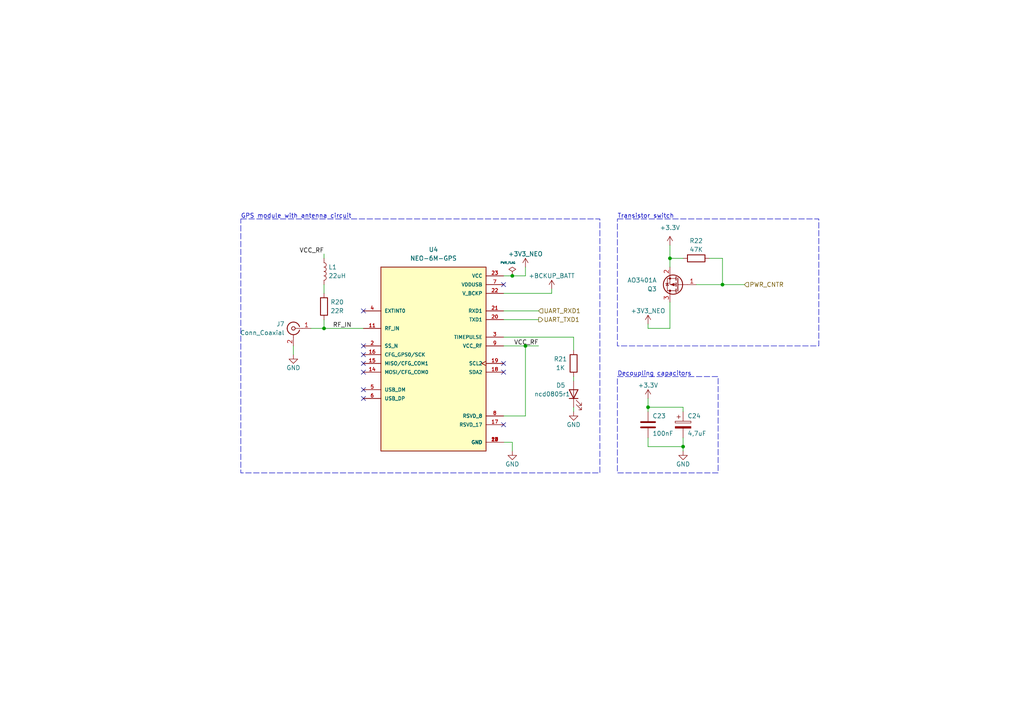
<source format=kicad_sch>
(kicad_sch (version 20231120) (generator "eeschema") (generator_version "8.0")
  (paper "A4")
  (title_block (title "TSTracker") (date "2023-11-01") (rev "1"))
  (lib_symbols
    (symbol "Connector:Conn_Coaxial" (pin_names (offset 1.016) hide)
      (property "Reference" "J" (at 0.254 3.048 0))
      (property "Value" "Conn_Coaxial" (at 2.921 0 90))
      (symbol "Conn_Coaxial_0_1"
        (arc (start -1.778 -0.508) (mid 0.2311 -1.8066) (end 1.778 0) (stroke (width 0.254)))
        (polyline (pts (xy -2.54 0) (xy -0.508 0)))
        (polyline (pts (xy 0 -2.54) (xy 0 -1.778)))
        (circle (center 0 0) (radius 0.508) (stroke (width 0.2032)))
        (arc (start 1.778 0) (mid 0.2099 1.8101) (end -1.778 0.508) (stroke (width 0.254)))
      )
      (symbol "Conn_Coaxial_1_1"
        (pin passive line (at -5.08 0 0) (length 2.54) (name "In") (number "1"))
        (pin passive line (at 0 -5.08 90) (length 2.54) (name "Ext") (number "2"))
      )
    )
    (symbol "Device:C" (pin_numbers hide) (pin_names (offset 0.254))
      (property "Reference" "C" (at 0.635 2.54 0))
      (property "Value" "C" (at 0.635 -2.54 0))
      (symbol "C_0_1"
        (polyline (pts (xy -2.032 -0.762) (xy 2.032 -0.762)) (stroke (width 0.508)))
        (polyline (pts (xy -2.032 0.762) (xy 2.032 0.762)) (stroke (width 0.508)))
      )
      (symbol "C_1_1"
        (pin passive line (at 0 3.81 270) (length 2.794) (name "~") (number "1"))
        (pin passive line (at 0 -3.81 90) (length 2.794) (name "~") (number "2"))
      )
    )
    (symbol "Device:C_Polarized" (pin_numbers hide) (pin_names (offset 0.254))
      (property "Reference" "C" (at 0.635 2.54 0))
      (property "Value" "C_Polarized" (at 0.635 -2.54 0))
      (symbol "C_Polarized_0_1"
        (rectangle (start -2.286 0.508) (end 2.286 1.016))
        (polyline (pts (xy -1.778 2.286) (xy -0.762 2.286)))
        (polyline (pts (xy -1.27 2.794) (xy -1.27 1.778)))
        (rectangle (start 2.286 -0.508) (end -2.286 -1.016) (fill (type outline)))
      )
      (symbol "C_Polarized_1_1"
        (pin passive line (at 0 3.81 270) (length 2.794) (name "~") (number "1"))
        (pin passive line (at 0 -3.81 90) (length 2.794) (name "~") (number "2"))
      )
    )
    (symbol "Device:L" (pin_numbers hide) (pin_names (offset 1.016) hide)
      (property "Reference" "L" (at -1.27 0 90))
      (property "Value" "L" (at 1.905 0 90))
      (symbol "L_0_1"
        (arc (start 0 -2.54) (mid 0.6323 -1.905) (end 0 -1.27))
        (arc (start 0 -1.27) (mid 0.6323 -0.635) (end 0 0))
        (arc (start 0 0) (mid 0.6323 0.635) (end 0 1.27))
        (arc (start 0 1.27) (mid 0.6323 1.905) (end 0 2.54))
      )
      (symbol "L_1_1"
        (pin passive line (at 0 3.81 270) (length 1.27) (name "1") (number "1"))
        (pin passive line (at 0 -3.81 90) (length 1.27) (name "2") (number "2"))
      )
    )
    (symbol "Device:LED" (pin_numbers hide) (pin_names (offset 1.016) hide)
      (property "Reference" "D" (at 0 2.54 0))
      (property "Value" "LED" (at 0 -2.54 0))
      (symbol "LED_0_1"
        (polyline (pts (xy -1.27 -1.27) (xy -1.27 1.27)) (stroke (width 0.254)))
        (polyline (pts (xy -1.27 0) (xy 1.27 0)))
        (polyline (pts (xy 1.27 -1.27) (xy 1.27 1.27) (xy -1.27 0) (xy 1.27 -1.27)) (stroke (width 0.254)))
        (polyline (pts (xy -3.048 -0.762) (xy -4.572 -2.286) (xy -3.81 -2.286) (xy -4.572 -2.286) (xy -4.572 -1.524)))
        (polyline (pts (xy -1.778 -0.762) (xy -3.302 -2.286) (xy -2.54 -2.286) (xy -3.302 -2.286) (xy -3.302 -1.524)))
      )
      (symbol "LED_1_1"
        (pin passive line (at -3.81 0 0) (length 2.54) (name "K") (number "1"))
        (pin passive line (at 3.81 0 180) (length 2.54) (name "A") (number "2"))
      )
    )
    (symbol "Device:R" (pin_numbers hide) (pin_names (offset 0))
      (property "Reference" "R" (at 2.032 0 90))
      (property "Value" "R" (at 0 0 90))
      (symbol "R_0_1"
        (rectangle (start -1.016 -2.54) (end 1.016 2.54) (stroke (width 0.254)))
      )
      (symbol "R_1_1"
        (pin passive line (at 0 3.81 270) (length 1.27) (name "~") (number "1"))
        (pin passive line (at 0 -3.81 90) (length 1.27) (name "~") (number "2"))
      )
    )
    (symbol "NEO-6M-GPS:NEO-6M-GPS" (pin_names (offset 1.016))
      (property "Reference" "U" (at -15.2439 26.0408 0))
      (property "Value" "NEO-6M-GPS" (at -15.2445 -30.4874 0))
      (symbol "NEO-6M-GPS_0_0"
        (rectangle (start -15.24 -27.94) (end 15.24 25.4) (stroke (width 0.254)) (fill (type background)))
        (pin power_in line (at 20.32 -25.4 180) (length 5.08) (name "GND") (number "10"))
        (pin input line (at -20.32 7.62 0) (length 5.08) (name "RF_IN") (number "11"))
        (pin power_in line (at 20.32 -25.4 180) (length 5.08) (name "GND") (number "12"))
        (pin power_in line (at 20.32 -25.4 180) (length 5.08) (name "GND") (number "13"))
        (pin bidirectional line (at -20.32 -5.08 0) (length 5.08) (name "MOSI/CFG_COM0") (number "14"))
        (pin input line (at -20.32 -2.54 0) (length 5.08) (name "MISO/CFG_COM1") (number "15"))
        (pin input line (at -20.32 0 0) (length 5.08) (name "CFG_GPS0/SCK") (number "16"))
        (pin passive line (at 20.32 -20.32 180) (length 5.08) (name "RSVD_17") (number "17"))
        (pin bidirectional line (at 20.32 -5.08 180) (length 5.08) (name "SDA2") (number "18"))
        (pin bidirectional clock (at 20.32 -2.54 180) (length 5.08) (name "SCL2") (number "19"))
        (pin input line (at -20.32 2.54 0) (length 5.08) (name "SS_N") (number "2"))
        (pin output line (at 20.32 10.16 180) (length 5.08) (name "TXD1") (number "20"))
        (pin input line (at 20.32 12.7 180) (length 5.08) (name "RXD1") (number "21"))
        (pin power_in line (at 20.32 17.78 180) (length 5.08) (name "V_BCKP") (number "22"))
        (pin power_in line (at 20.32 22.86 180) (length 5.08) (name "VCC") (number "23"))
        (pin power_in line (at 20.32 -25.4 180) (length 5.08) (name "GND") (number "24"))
        (pin output line (at 20.32 5.08 180) (length 5.08) (name "TIMEPULSE") (number "3"))
        (pin input line (at -20.32 12.7 0) (length 5.08) (name "EXTINT0") (number "4"))
        (pin bidirectional line (at -20.32 -10.16 0) (length 5.08) (name "USB_DM") (number "5"))
        (pin bidirectional line (at -20.32 -12.7 0) (length 5.08) (name "USB_DP") (number "6"))
        (pin power_in line (at 20.32 20.32 180) (length 5.08) (name "VDDUSB") (number "7"))
        (pin passive line (at 20.32 -17.78 180) (length 5.08) (name "RSVD_8") (number "8"))
        (pin output line (at 20.32 2.54 180) (length 5.08) (name "VCC_RF") (number "9"))
      )
    )
    (symbol "Transistor_FET:AO3401A" (pin_names hide)
      (property "Reference" "Q" (at 5.08 1.905 0))
      (property "Value" "AO3401A" (at 5.08 0 0))
      (symbol "AO3401A_0_1"
        (polyline (pts (xy 0.254 0) (xy -2.54 0)))
        (polyline (pts (xy 0.254 1.905) (xy 0.254 -1.905)) (stroke (width 0.254)))
        (polyline (pts (xy 0.762 -1.27) (xy 0.762 -2.286)) (stroke (width 0.254)))
        (polyline (pts (xy 0.762 0.508) (xy 0.762 -0.508)) (stroke (width 0.254)))
        (polyline (pts (xy 0.762 2.286) (xy 0.762 1.27)) (stroke (width 0.254)))
        (polyline (pts (xy 2.54 2.54) (xy 2.54 1.778)))
        (polyline (pts (xy 2.54 -2.54) (xy 2.54 0) (xy 0.762 0)))
        (polyline (pts (xy 0.762 1.778) (xy 3.302 1.778) (xy 3.302 -1.778) (xy 0.762 -1.778)))
        (polyline (pts (xy 2.286 0) (xy 1.27 0.381) (xy 1.27 -0.381) (xy 2.286 0)) (fill (type outline)))
        (polyline (pts (xy 2.794 -0.508) (xy 2.921 -0.381) (xy 3.683 -0.381) (xy 3.81 -0.254)))
        (polyline (pts (xy 3.302 -0.381) (xy 2.921 0.254) (xy 3.683 0.254) (xy 3.302 -0.381)))
        (circle (center 1.651 0) (radius 2.794) (stroke (width 0.254)))
        (circle (center 2.54 -1.778) (radius 0.254) (fill (type outline)))
        (circle (center 2.54 1.778) (radius 0.254) (fill (type outline)))
      )
      (symbol "AO3401A_1_1"
        (pin input line (at -5.08 0 0) (length 2.54) (name "G") (number "1"))
        (pin passive line (at 2.54 -5.08 90) (length 2.54) (name "S") (number "2"))
        (pin passive line (at 2.54 5.08 270) (length 2.54) (name "D") (number "3"))
      )
    )
    (symbol "custom_power_symbols:+3V3_NEO" (power) (pin_names (offset 0))
      (property "Value" "+3V3_NEO" (at 0 3.556 0))
      (symbol "+3V3_NEO_0_1"
        (polyline (pts (xy -0.762 1.27) (xy 0 2.54)))
        (polyline (pts (xy 0 0) (xy 0 2.54)))
        (polyline (pts (xy 0 2.54) (xy 0.762 1.27)))
      )
      (symbol "+3V3_NEO_1_1"
        (pin power_in line (at 0 0 90) (length 0) hide (name "+3V3_NEO") (number "1"))
      )
    )
    (symbol "custom_power_symbols:+BCKUP_BATT" (power) (pin_names (offset 0))
      (property "Value" "+BCKUP_BATT" (at 0 3.556 0))
      (symbol "+BCKUP_BATT_0_1"
        (polyline (pts (xy -0.762 1.27) (xy 0 2.54)))
        (polyline (pts (xy 0 0) (xy 0 2.54)))
        (polyline (pts (xy 0 2.54) (xy 0.762 1.27)))
      )
      (symbol "+BCKUP_BATT_1_1"
        (pin power_in line (at 0 0 90) (length 0) hide (name "+BCKUP_BATT") (number "1"))
      )
    )
    (symbol "power:+3.3V" (power) (pin_names (offset 0))
      (property "Value" "+3.3V" (at 0 3.556 0))
      (symbol "+3.3V_0_1"
        (polyline (pts (xy -0.762 1.27) (xy 0 2.54)))
        (polyline (pts (xy 0 0) (xy 0 2.54)))
        (polyline (pts (xy 0 2.54) (xy 0.762 1.27)))
      )
      (symbol "+3.3V_1_1"
        (pin power_in line (at 0 0 90) (length 0) hide (name "+3.3V") (number "1"))
      )
    )
    (symbol "power:GND" (power) (pin_names (offset 0))
      (property "Value" "GND" (at 0 -3.81 0))
      (symbol "GND_0_1"
        (polyline (pts (xy 0 0) (xy 0 -1.27) (xy 1.27 -1.27) (xy 0 -2.54) (xy -1.27 -1.27) (xy 0 -1.27)))
      )
      (symbol "GND_1_1"
        (pin power_in line (at 0 0 270) (length 0) hide (name "GND") (number "1"))
      )
    )
    (symbol "power:PWR_FLAG" (power) (pin_numbers hide) (pin_names (offset 0) hide)
      (property "Value" "PWR_FLAG" (at 0 3.81 0))
      (symbol "PWR_FLAG_0_0"
        (pin power_out line (at 0 0 90) (length 0) (name "pwr") (number "1"))
      )
      (symbol "PWR_FLAG_0_1"
        (polyline (pts (xy 0 0) (xy 0 1.27) (xy -1.016 1.905) (xy 0 2.54) (xy 1.016 1.905) (xy 0 1.27)))
      )
    )
  )
  (junction (at 194.31 74.93))
  (junction (at 93.98 95.25))
  (junction (at 148.59 80.01))
  (junction (at 198.12 129.54))
  (junction (at 187.96 118.11))
  (junction (at 209.55 82.55))
  (junction (at 152.4 100.33))
  (no_connect (at 146.05 107.95))
  (no_connect (at 105.41 100.33))
  (no_connect (at 146.05 82.55))
  (no_connect (at 105.41 107.95))
  (no_connect (at 105.41 115.57))
  (no_connect (at 146.05 105.41))
  (no_connect (at 105.41 113.03))
  (no_connect (at 105.41 105.41))
  (no_connect (at 105.41 90.17))
  (no_connect (at 146.05 123.19))
  (no_connect (at 105.41 102.87))
  (wire (pts (xy 93.98 95.25) (xy 105.41 95.25)))
  (wire (pts (xy 152.4 100.33) (xy 156.21 100.33)))
  (wire (pts (xy 93.98 82.55) (xy 93.98 85.09)))
  (wire (pts (xy 146.05 97.79) (xy 166.37 97.79)))
  (wire (pts (xy 187.96 95.25) (xy 194.31 95.25)))
  (wire (pts (xy 194.31 74.93) (xy 198.12 74.93)))
  (wire (pts (xy 198.12 130.81) (xy 198.12 129.54)))
  (wire (pts (xy 194.31 87.63) (xy 194.31 95.25)))
  (wire (pts (xy 198.12 118.11) (xy 198.12 119.38)))
  (wire (pts (xy 146.05 120.65) (xy 152.4 120.65)))
  (wire (pts (xy 156.21 90.17) (xy 146.05 90.17)))
  (wire (pts (xy 160.02 83.82) (xy 160.02 85.09)))
  (wire (pts (xy 194.31 74.93) (xy 194.31 77.47)))
  (wire (pts (xy 198.12 129.54) (xy 198.12 127)))
  (wire (pts (xy 152.4 80.01) (xy 148.59 80.01)))
  (wire (pts (xy 187.96 93.98) (xy 187.96 95.25)))
  (wire (pts (xy 152.4 77.47) (xy 152.4 80.01)))
  (wire (pts (xy 93.98 92.71) (xy 93.98 95.25)))
  (wire (pts (xy 201.93 82.55) (xy 209.55 82.55)))
  (wire (pts (xy 187.96 127) (xy 187.96 129.54)))
  (wire (pts (xy 152.4 100.33) (xy 146.05 100.33)))
  (wire (pts (xy 209.55 74.93) (xy 205.74 74.93)))
  (wire (pts (xy 187.96 115.57) (xy 187.96 118.11)))
  (wire (pts (xy 187.96 118.11) (xy 187.96 119.38)))
  (wire (pts (xy 209.55 74.93) (xy 209.55 82.55)))
  (wire (pts (xy 152.4 120.65) (xy 152.4 100.33)))
  (wire (pts (xy 85.09 100.33) (xy 85.09 102.87)))
  (wire (pts (xy 166.37 118.11) (xy 166.37 119.38)))
  (wire (pts (xy 194.31 71.12) (xy 194.31 74.93)))
  (wire (pts (xy 93.98 73.66) (xy 93.98 74.93)))
  (wire (pts (xy 209.55 82.55) (xy 215.9 82.55)))
  (wire (pts (xy 187.96 118.11) (xy 198.12 118.11)))
  (wire (pts (xy 160.02 85.09) (xy 146.05 85.09)))
  (wire (pts (xy 148.59 128.27) (xy 148.59 130.81)))
  (wire (pts (xy 156.21 92.71) (xy 146.05 92.71)))
  (wire (pts (xy 146.05 128.27) (xy 148.59 128.27)))
  (wire (pts (xy 166.37 97.79) (xy 166.37 101.6)))
  (wire (pts (xy 90.17 95.25) (xy 93.98 95.25)))
  (wire (pts (xy 187.96 129.54) (xy 198.12 129.54)))
  (wire (pts (xy 148.59 80.01) (xy 146.05 80.01)))
  (wire (pts (xy 166.37 109.22) (xy 166.37 110.49)))
  (rectangle (start 179.07 63.5) (end 237.49 100.33) (stroke (width 0) (type dash)))
  (rectangle (start 179.07 109.22) (end 208.28 137.16) (stroke (width 0) (type dash)))
  (rectangle (start 69.85 63.5) (end 173.99 137.16) (stroke (width 0) (type dash)))
  (text "Decoupling capacitors" (at 179.07 109.22 0) (effects (font (size 1.27 1.27)) (justify left bottom)))
  (text "GPS module with antenna circuit" (at 69.85 63.5 0) (effects (font (size 1.27 1.27)) (justify left bottom)))
  (text "Transistor switch" (at 179.07 63.5 0) (effects (font (size 1.27 1.27)) (justify left bottom)))
  (label "VCC_RF" (at 93.98 73.66 180))
  (label "VCC_RF" (at 156.21 100.33 180))
  (label "RF_IN" (at 96.52 95.25 0))
  (hierarchical_label "UART_RXD1" (shape input) (at 156.21 90.17 0))
  (hierarchical_label "UART_TXD1" (shape output) (at 156.21 92.71 0))
  (hierarchical_label "PWR_CNTR" (shape input) (at 215.9 82.55 0))
  (symbol (lib_id "Device:L") (at 93.98 78.74 0) (unit 1)
    (property "Reference" "L1" (at 95.25 77.47 0) (effects (justify left)))
    (property "Value" "22uH" (at 95.25 80.01 0) (effects (justify left)))
    (property "Footprint" "Inductor_SMD:L_0805_2012Metric" (effects (hide yes)))
  )
  (symbol (lib_id "Device:R") (at 93.98 88.9 180) (unit 1)
    (property "Reference" "R20" (at 97.79 87.63 0))
    (property "Value" "22R" (at 97.79 90.17 0))
    (property "Footprint" "Resistor_SMD:R_0603_1608Metric" (effects (hide yes)))
  )
  (symbol (lib_id "custom_power_symbols:+BCKUP_BATT") (at 160.02 83.82 0) (unit 1)
    (property "Reference" "#PWR045" (effects (hide yes)))
    (property "Value" "+BCKUP_BATT" (at 160.02 80.01 0))
  )
  (symbol (lib_id "custom_power_symbols:+3V3_NEO") (at 187.96 93.98 0) (unit 1)
    (property "Reference" "#PWR047" (effects (hide yes)))
    (property "Value" "+3V3_NEO" (at 187.96 90.17 0))
  )
  (symbol (lib_id "power:+3.3V") (at 187.96 115.57 0) (unit 1)
    (property "Reference" "#PWR048" (effects (hide yes)))
    (property "Value" "+3.3V" (at 187.96 111.76 0))
  )
  (symbol (lib_id "power:GND") (at 166.37 119.38 0) (unit 1)
    (property "Reference" "#PWR046" (effects (hide yes)))
    (property "Value" "GND" (at 166.37 123.19 0))
  )
  (symbol (lib_id "Connector:Conn_Coaxial") (at 85.09 95.25 0) (mirror y) (unit 1)
    (property "Reference" "J7" (at 82.55 93.98 0) (effects (justify left)))
    (property "Value" "Conn_Coaxial" (at 82.55 96.52 0) (effects (justify left)))
    (property "Footprint" "Connector_Coaxial:U.FL_Hirose_U.FL-R-SMT-1_Vertical" (effects (hide yes)))
    (property "Datasheet" " ~" (effects (hide yes)))
  )
  (symbol (lib_id "Device:C") (at 187.96 123.19 0) (unit 1)
    (property "Reference" "C23" (at 189.23 120.65 0) (effects (justify left)))
    (property "Value" "100nF" (at 189.23 125.73 0) (effects (justify left)))
    (property "Footprint" "Capacitor_SMD:C_0805_2012Metric" (effects (hide yes)))
  )
  (symbol (lib_id "Device:C_Polarized") (at 198.12 123.19 0) (unit 1)
    (property "Reference" "C24" (at 199.39 120.65 0) (effects (justify left)))
    (property "Value" "4,7uF" (at 199.39 125.73 0) (effects (justify left)))
    (property "Footprint" "Capacitor_Tantalum_SMD:CP_EIA-3216-18_Kemet-A" (effects (hide yes)))
  )
  (symbol (lib_id "power:GND") (at 198.12 130.81 0) (unit 1)
    (property "Reference" "#PWR050" (effects (hide yes)))
    (property "Value" "GND" (at 198.12 134.62 0))
  )
  (symbol (lib_id "Device:R") (at 166.37 105.41 0) (unit 1)
    (property "Reference" "R21" (at 162.56 104.14 0))
    (property "Value" "1K" (at 162.56 106.68 0))
    (property "Footprint" "Resistor_SMD:R_0603_1608Metric" (effects (hide yes)))
  )
  (symbol (lib_id "power:PWR_FLAG") (at 148.59 80.01 0) (unit 1)
    (property "Reference" "#FLG05" (effects (hide yes)))
    (property "Value" "PWR_FLAG" (at 147.32 76.2 0) (effects (font (size 0.57 0.57))))
  )
  (symbol (lib_id "custom_power_symbols:+3V3_NEO") (at 152.4 77.47 0) (unit 1)
    (property "Reference" "#PWR044" (effects (hide yes)))
    (property "Value" "+3V3_NEO" (at 152.4 73.66 0))
  )
  (symbol (lib_id "Transistor_FET:AO3401A") (at 196.85 82.55 180) (unit 1)
    (property "Reference" "Q3" (at 190.5 83.82 0) (effects (justify left)))
    (property "Value" "AO3401A" (at 190.5 81.28 0) (effects (justify left)))
    (property "Footprint" "Package_TO_SOT_SMD:SOT-23" (effects (hide yes)))
    (property "Datasheet" "http://www.aosmd.com/pdfs/datasheet/AO3401A.pdf" (effects (hide yes)))
  )
  (symbol (lib_id "power:+3.3V") (at 194.31 71.12 0) (unit 1)
    (property "Reference" "#PWR049" (effects (hide yes)))
    (property "Value" "+3.3V" (at 194.31 66.04 0))
  )
  (symbol (lib_id "Device:LED") (at 166.37 114.3 90) (unit 1)
    (property "Reference" "D5" (at 161.29 111.76 90) (effects (justify right)))
    (property "Value" "ncd0805r1" (at 154.94 114.3 90) (effects (justify right)))
    (property "Footprint" "LED_SMD:LED_0805_2012Metric" (effects (hide yes)))
  )
  (symbol (lib_id "NEO-6M-GPS:NEO-6M-GPS") (at 125.73 102.87 0) (unit 1)
    (property "Reference" "U4" (at 125.73 72.39 0))
    (property "Value" "NEO-6M-GPS" (at 125.73 74.93 0))
    (property "Footprint" "footprints:XCVR_NEO-6M-GPS" (effects (hide yes)))
    (property "Description" "\nGPS Development Tools SparkFun GNSS-RTK Dead Reckoning Breakout - ZED-F9K (Qwiic)\n" (effects (hide yes)))
    (property "MF" "u-blox" (effects (hide yes)))
    (property "Package" "None" (effects (hide yes)))
    (property "Price" "None" (effects (hide yes)))
    (property "Check_prices" "https://www.snapeda.com/parts/NEO-6M-GPS/u-blox/view-part/?ref=eda" (effects (hide yes)))
    (property "STANDARD" "Manufacturer Recommendations" (effects (hide yes)))
    (property "PARTREV" "R15" (effects (hide yes)))
    (property "SnapEDA_Link" "https://www.snapeda.com/parts/NEO-6M-GPS/u-blox/view-part/?ref=snap" (effects (hide yes)))
    (property "MP" "NEO-6M-GPS" (effects (hide yes)))
    (property "Availability" "Not in stock" (effects (hide yes)))
    (property "MANUFACTURER" "U-Blox" (effects (hide yes)))
  )
  (symbol (lib_id "Device:R") (at 201.93 74.93 270) (unit 1)
    (property "Reference" "R22" (at 201.93 69.85 90))
    (property "Value" "47K" (at 201.93 72.39 90))
    (property "Footprint" "Resistor_SMD:R_0603_1608Metric" (effects (hide yes)))
  )
  (symbol (lib_id "power:GND") (at 148.59 130.81 0) (unit 1)
    (property "Reference" "#PWR043" (effects (hide yes)))
    (property "Value" "GND" (at 148.59 134.62 0))
  )
  (symbol (lib_id "power:GND") (at 85.09 102.87 0) (mirror y) (unit 1)
    (property "Reference" "#PWR042" (effects (hide yes)))
    (property "Value" "GND" (at 85.09 106.68 0))
  )
)
</source>
